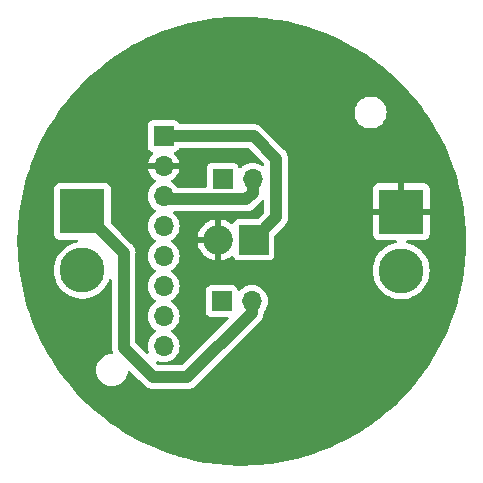
<source format=gbr>
%TF.GenerationSoftware,KiCad,Pcbnew,(7.0.0)*%
%TF.CreationDate,2023-11-14T12:36:05+01:00*%
%TF.ProjectId,Helios_PCB_female,48656c69-6f73-45f5-9043-425f66656d61,rev?*%
%TF.SameCoordinates,Original*%
%TF.FileFunction,Copper,L1,Top*%
%TF.FilePolarity,Positive*%
%FSLAX46Y46*%
G04 Gerber Fmt 4.6, Leading zero omitted, Abs format (unit mm)*
G04 Created by KiCad (PCBNEW (7.0.0)) date 2023-11-14 12:36:05*
%MOMM*%
%LPD*%
G01*
G04 APERTURE LIST*
%TA.AperFunction,ComponentPad*%
%ADD10R,3.800000X3.800000*%
%TD*%
%TA.AperFunction,ComponentPad*%
%ADD11C,3.800000*%
%TD*%
%TA.AperFunction,ComponentPad*%
%ADD12R,1.700000X1.700000*%
%TD*%
%TA.AperFunction,ComponentPad*%
%ADD13O,1.700000X1.700000*%
%TD*%
%TA.AperFunction,ComponentPad*%
%ADD14R,2.500000X2.500000*%
%TD*%
%TA.AperFunction,ComponentPad*%
%ADD15O,2.500000X2.500000*%
%TD*%
%TA.AperFunction,Conductor*%
%ADD16C,1.000000*%
%TD*%
G04 APERTURE END LIST*
D10*
%TO.P,J1,1,Pin_1*%
%TO.N,GND*%
X118499999Y-87499999D03*
D11*
%TO.P,J1,2,Pin_2*%
%TO.N,+5V*%
X118500000Y-92500000D03*
%TD*%
D10*
%TO.P,J3,1,Pin_1*%
%TO.N,SCL*%
X91499999Y-87474999D03*
D11*
%TO.P,J3,2,Pin_2*%
%TO.N,SDA*%
X91500000Y-92475000D03*
%TD*%
D12*
%TO.P,J4,1,Pin_1*%
%TO.N,SDA1*%
X103372999Y-84708999D03*
D13*
%TO.P,J4,2,Pin_2*%
%TO.N,SCL1*%
X105912999Y-84708999D03*
%TD*%
D12*
%TO.P,J7,1,Pin_1*%
%TO.N,SDA*%
X103304999Y-95059999D03*
D13*
%TO.P,J7,2,Pin_2*%
%TO.N,SCL*%
X105844999Y-95059999D03*
%TD*%
D12*
%TO.P,MPU1,1,VCC*%
%TO.N,+5V*%
X98379999Y-81105399D03*
D13*
%TO.P,MPU1,2,GND*%
%TO.N,GND*%
X98379999Y-83645399D03*
%TO.P,MPU1,3,SCL*%
%TO.N,SCL1*%
X98379999Y-86185399D03*
%TO.P,MPU1,4,SDA*%
%TO.N,SDA1*%
X98379999Y-88725399D03*
%TO.P,MPU1,5,XDA*%
%TO.N,unconnected-(MPU1-XDA-Pad5)*%
X98379999Y-91265399D03*
%TO.P,MPU1,6,XCL*%
%TO.N,unconnected-(MPU1-XCL-Pad6)*%
X98379999Y-93805399D03*
%TO.P,MPU1,7,AD0*%
%TO.N,unconnected-(MPU1-AD0-Pad7)*%
X98379999Y-96345399D03*
%TO.P,MPU1,8,INT*%
%TO.N,unconnected-(MPU1-INT-Pad8)*%
X98379999Y-98885399D03*
%TD*%
D14*
%TO.P,J2,1,Pin_1*%
%TO.N,+5V*%
X105999999Y-89872199D03*
D15*
%TO.P,J2,2,Pin_2*%
%TO.N,GND*%
X102999999Y-89872199D03*
%TD*%
D16*
%TO.N,+5V*%
X106005400Y-81105400D02*
X107900000Y-83000000D01*
X107900000Y-87972200D02*
X106000000Y-89872200D01*
X98380000Y-81105400D02*
X106005400Y-81105400D01*
X107900000Y-83000000D02*
X107900000Y-87972200D01*
%TO.N,SCL1*%
X105364081Y-86460000D02*
X98654600Y-86460000D01*
X105913000Y-85911081D02*
X105364081Y-86460000D01*
X105913000Y-84709000D02*
X105913000Y-85911081D01*
X98654600Y-86460000D02*
X98380000Y-86185400D01*
%TO.N,SCL*%
X100400000Y-101500000D02*
X97500000Y-101500000D01*
X95000000Y-99000000D02*
X95000000Y-90975000D01*
X105845000Y-96055000D02*
X100400000Y-101500000D01*
X95000000Y-90975000D02*
X91500000Y-87475000D01*
X105845000Y-95060000D02*
X105845000Y-96055000D01*
X97500000Y-101500000D02*
X95000000Y-99000000D01*
%TD*%
%TA.AperFunction,Conductor*%
%TO.N,GND*%
G36*
X105341262Y-71005495D02*
G01*
X105720209Y-71018535D01*
X105720928Y-71018564D01*
X106204192Y-71040583D01*
X106208458Y-71040851D01*
X106585290Y-71071160D01*
X106586156Y-71071235D01*
X107068956Y-71115321D01*
X107073151Y-71115778D01*
X107447100Y-71163193D01*
X107447805Y-71163286D01*
X107929344Y-71229472D01*
X107933527Y-71230122D01*
X108303578Y-71294400D01*
X108304591Y-71294582D01*
X108783611Y-71382799D01*
X108787850Y-71383658D01*
X109153329Y-71464561D01*
X109153900Y-71464690D01*
X109629961Y-71574978D01*
X109634281Y-71576062D01*
X109994055Y-71673200D01*
X109994962Y-71673449D01*
X110466678Y-71805618D01*
X110470979Y-71806909D01*
X110824490Y-71919982D01*
X110825479Y-71920303D01*
X111292031Y-72074247D01*
X111296237Y-72075721D01*
X111642780Y-72204358D01*
X111643399Y-72204590D01*
X112104218Y-72380279D01*
X112108399Y-72381963D01*
X112447032Y-72525653D01*
X112447638Y-72525913D01*
X112901612Y-72723102D01*
X112905737Y-72724986D01*
X113070104Y-72803810D01*
X113235444Y-72883101D01*
X113236352Y-72883541D01*
X113395035Y-72961233D01*
X113682506Y-73101982D01*
X113686565Y-73104066D01*
X114007006Y-73276232D01*
X114007464Y-73276480D01*
X114445240Y-73516112D01*
X114449301Y-73518437D01*
X114759551Y-73703940D01*
X114759882Y-73704139D01*
X115188284Y-73964656D01*
X115192287Y-73967197D01*
X115478762Y-74156837D01*
X115491363Y-74165178D01*
X115492048Y-74165635D01*
X115745476Y-74336016D01*
X115910110Y-74446700D01*
X115914041Y-74449455D01*
X116201534Y-74659340D01*
X116201965Y-74659657D01*
X116447698Y-74841634D01*
X116609123Y-74961177D01*
X116612957Y-74964134D01*
X116888014Y-75184962D01*
X116888624Y-75185455D01*
X117283982Y-75507103D01*
X117287657Y-75510215D01*
X117549697Y-75741127D01*
X117550175Y-75741551D01*
X117933154Y-76083243D01*
X117936762Y-76086594D01*
X118185064Y-76326499D01*
X118185463Y-76326886D01*
X118555342Y-76688440D01*
X118558822Y-76691981D01*
X118792762Y-76939731D01*
X118793228Y-76940226D01*
X119012477Y-77174985D01*
X119149260Y-77321443D01*
X119152594Y-77325162D01*
X119372007Y-77579985D01*
X119713604Y-77980866D01*
X119716799Y-77984774D01*
X119920777Y-78244896D01*
X119920922Y-78245081D01*
X120247279Y-78665423D01*
X120250317Y-78669506D01*
X120438385Y-78933418D01*
X120438706Y-78933872D01*
X120749117Y-79373623D01*
X120751988Y-79377874D01*
X120923610Y-79643702D01*
X120923834Y-79644051D01*
X121012257Y-79782268D01*
X121218109Y-80104043D01*
X121220804Y-80108456D01*
X121375517Y-80374077D01*
X121375755Y-80374487D01*
X121653232Y-80855092D01*
X121655743Y-80859660D01*
X121793272Y-81122827D01*
X121793472Y-81123211D01*
X122053616Y-81625266D01*
X122055933Y-81629981D01*
X122175745Y-81887345D01*
X122175642Y-81887392D01*
X122175911Y-81887700D01*
X122418391Y-82412895D01*
X122420508Y-82417749D01*
X122522512Y-82666018D01*
X122522644Y-82666342D01*
X122746819Y-83216382D01*
X122748718Y-83221345D01*
X122796170Y-83353813D01*
X122832403Y-83454963D01*
X122832343Y-83454984D01*
X122832507Y-83455254D01*
X123038204Y-84034030D01*
X123039895Y-84039135D01*
X123105103Y-84251356D01*
X123105181Y-84251612D01*
X123291940Y-84864136D01*
X123293407Y-84869352D01*
X123339878Y-85049655D01*
X123339934Y-85049875D01*
X123507504Y-85704998D01*
X123508740Y-85710315D01*
X123536206Y-85841498D01*
X123536244Y-85841681D01*
X123684428Y-86554785D01*
X123685428Y-86560192D01*
X123693878Y-86612375D01*
X123693901Y-86612519D01*
X123822089Y-87410108D01*
X123822858Y-87415701D01*
X123920462Y-88269485D01*
X123920975Y-88275107D01*
X123979617Y-89132426D01*
X123979874Y-89138065D01*
X123999435Y-89997176D01*
X123999435Y-90002822D01*
X123979874Y-90861934D01*
X123979617Y-90867573D01*
X123920975Y-91724892D01*
X123920462Y-91730514D01*
X123822858Y-92584298D01*
X123822089Y-92589891D01*
X123693901Y-93387480D01*
X123693878Y-93387625D01*
X123685428Y-93439807D01*
X123684428Y-93445213D01*
X123536244Y-94158318D01*
X123536206Y-94158501D01*
X123508740Y-94289683D01*
X123507504Y-94295000D01*
X123339934Y-94950124D01*
X123339878Y-94950344D01*
X123293407Y-95130646D01*
X123291940Y-95135862D01*
X123105181Y-95748387D01*
X123105103Y-95748643D01*
X123039895Y-95960863D01*
X123038204Y-95965968D01*
X122832537Y-96544659D01*
X122832434Y-96544950D01*
X122748727Y-96778632D01*
X122746819Y-96783616D01*
X122522644Y-97333657D01*
X122522511Y-97333981D01*
X122420507Y-97582249D01*
X122418391Y-97587103D01*
X122175942Y-98112229D01*
X122175777Y-98112584D01*
X122055933Y-98370017D01*
X122053616Y-98374732D01*
X121793472Y-98876787D01*
X121793272Y-98877171D01*
X121655743Y-99140338D01*
X121653232Y-99144906D01*
X121375755Y-99625511D01*
X121375517Y-99625921D01*
X121220804Y-99891542D01*
X121218109Y-99895955D01*
X120923889Y-100355862D01*
X120923610Y-100356296D01*
X120751988Y-100622124D01*
X120749117Y-100626375D01*
X120438706Y-101066126D01*
X120438385Y-101066580D01*
X120250317Y-101330492D01*
X120247279Y-101334575D01*
X119920999Y-101754818D01*
X119920631Y-101755289D01*
X119716799Y-102015224D01*
X119713604Y-102019132D01*
X119372156Y-102419840D01*
X119371740Y-102420325D01*
X119152602Y-102674827D01*
X119149260Y-102678555D01*
X118793228Y-103059772D01*
X118792762Y-103060267D01*
X118558822Y-103308017D01*
X118555342Y-103311558D01*
X118185463Y-103673112D01*
X118184945Y-103673615D01*
X117936762Y-103913404D01*
X117933154Y-103916755D01*
X117550175Y-104258447D01*
X117549604Y-104258953D01*
X117287682Y-104489762D01*
X117283956Y-104492917D01*
X116888639Y-104814531D01*
X116888014Y-104815036D01*
X116612957Y-105035864D01*
X116609123Y-105038821D01*
X116202102Y-105340240D01*
X116201421Y-105340741D01*
X115914041Y-105550543D01*
X115910110Y-105553298D01*
X115492100Y-105834328D01*
X115491363Y-105834820D01*
X115192287Y-106032801D01*
X115188269Y-106035351D01*
X114760171Y-106295684D01*
X114759376Y-106296163D01*
X114449306Y-106481558D01*
X114445212Y-106483902D01*
X114007678Y-106723402D01*
X114006826Y-106723863D01*
X113686615Y-106895906D01*
X113682454Y-106898042D01*
X113236352Y-107116457D01*
X113235444Y-107116897D01*
X112905782Y-107274991D01*
X112901565Y-107276917D01*
X112447828Y-107474003D01*
X112446862Y-107474418D01*
X112108439Y-107618019D01*
X112104177Y-107619735D01*
X111643581Y-107795339D01*
X111642559Y-107795723D01*
X111296282Y-107924261D01*
X111291985Y-107925767D01*
X110825568Y-108079666D01*
X110824490Y-108080016D01*
X110470979Y-108193089D01*
X110466657Y-108194386D01*
X109995066Y-108326520D01*
X109993933Y-108326831D01*
X109634289Y-108423934D01*
X109629953Y-108425022D01*
X109154186Y-108535243D01*
X109153000Y-108535511D01*
X108787901Y-108616329D01*
X108783559Y-108617209D01*
X108304718Y-108705393D01*
X108303481Y-108705615D01*
X107933602Y-108769864D01*
X107929266Y-108770538D01*
X107448098Y-108836673D01*
X107446811Y-108836843D01*
X107073213Y-108884213D01*
X107068891Y-108884684D01*
X106586411Y-108928741D01*
X106585076Y-108928856D01*
X106208473Y-108959146D01*
X106204176Y-108959416D01*
X105721321Y-108981417D01*
X105719942Y-108981473D01*
X105375751Y-108993317D01*
X105341262Y-108994504D01*
X105336999Y-108994577D01*
X104854540Y-108994577D01*
X104853119Y-108994569D01*
X104837158Y-108994385D01*
X104473320Y-108990214D01*
X104469098Y-108990093D01*
X103988069Y-108968176D01*
X103986608Y-108968101D01*
X103606523Y-108946287D01*
X103602352Y-108945977D01*
X103123610Y-108902262D01*
X103122113Y-108902116D01*
X102742612Y-108862815D01*
X102738500Y-108862320D01*
X102263082Y-108796975D01*
X102261553Y-108796755D01*
X101883403Y-108739969D01*
X101879359Y-108739293D01*
X101408192Y-108652522D01*
X101406633Y-108652225D01*
X101030743Y-108578016D01*
X101026774Y-108577165D01*
X100560675Y-108469185D01*
X100559092Y-108468807D01*
X100186346Y-108377282D01*
X100182460Y-108376261D01*
X99722433Y-108247367D01*
X99720830Y-108246906D01*
X99351996Y-108138190D01*
X99348199Y-108137004D01*
X98895117Y-107987503D01*
X98893497Y-107986956D01*
X98529483Y-107861254D01*
X98525784Y-107859911D01*
X98080487Y-107690139D01*
X98078855Y-107689503D01*
X97720450Y-107547030D01*
X97716854Y-107545535D01*
X97280278Y-107355903D01*
X97278639Y-107355177D01*
X96926625Y-107196188D01*
X96923139Y-107194548D01*
X96496104Y-106985466D01*
X96494463Y-106984647D01*
X96149653Y-106809456D01*
X96146282Y-106807678D01*
X95729656Y-106579623D01*
X95728018Y-106578710D01*
X95391151Y-106387638D01*
X95387900Y-106385728D01*
X94982524Y-106139213D01*
X94980894Y-106138205D01*
X94652731Y-105931632D01*
X94649605Y-105929598D01*
X94256167Y-105665087D01*
X94254552Y-105663982D01*
X93935902Y-105442371D01*
X93932905Y-105440220D01*
X93552299Y-105158364D01*
X93550703Y-105157162D01*
X93242145Y-104920865D01*
X93239300Y-104918619D01*
X92872208Y-104619967D01*
X92870637Y-104618668D01*
X92572999Y-104368273D01*
X92570274Y-104365912D01*
X92217333Y-104051021D01*
X92215792Y-104049622D01*
X91929786Y-103785696D01*
X91927202Y-103783242D01*
X91589146Y-103452796D01*
X91587692Y-103451351D01*
X91313815Y-103174315D01*
X91311389Y-103171791D01*
X90988940Y-102826532D01*
X90987478Y-102824938D01*
X90726427Y-102535458D01*
X90724131Y-102532839D01*
X90417927Y-102173493D01*
X90416570Y-102171871D01*
X90168807Y-101870411D01*
X90166708Y-101867784D01*
X89877356Y-101495105D01*
X89875997Y-101493321D01*
X89642174Y-101180631D01*
X89640176Y-101177880D01*
X89561612Y-101066580D01*
X89368274Y-100792683D01*
X89366991Y-100790830D01*
X89284984Y-100669982D01*
X89147584Y-100467503D01*
X89145749Y-100464718D01*
X89124451Y-100431427D01*
X88891759Y-100067696D01*
X88890550Y-100065767D01*
X88686117Y-99732593D01*
X88684446Y-99729785D01*
X88682241Y-99725965D01*
X88448829Y-99321686D01*
X88447723Y-99319727D01*
X88258679Y-98977347D01*
X88257145Y-98974479D01*
X88040446Y-98556268D01*
X88039400Y-98554200D01*
X87866182Y-98203371D01*
X87864794Y-98200464D01*
X87824056Y-98112229D01*
X87667416Y-97772959D01*
X87666496Y-97770914D01*
X87509420Y-97412228D01*
X87508226Y-97409402D01*
X87330561Y-96973480D01*
X87329685Y-96971269D01*
X87189189Y-96605681D01*
X87188137Y-96602834D01*
X87030518Y-96159336D01*
X87029776Y-96157180D01*
X86906139Y-95785388D01*
X86905219Y-95782498D01*
X86767983Y-95332401D01*
X86767335Y-95330194D01*
X86660842Y-94953012D01*
X86660046Y-94950049D01*
X86647247Y-94900011D01*
X86543484Y-94494348D01*
X86542910Y-94492002D01*
X86453807Y-94110271D01*
X86453187Y-94107462D01*
X86357474Y-93646868D01*
X86357004Y-93644477D01*
X86285479Y-93258970D01*
X86285003Y-93256224D01*
X86210358Y-92791781D01*
X86209996Y-92789361D01*
X86166469Y-92475000D01*
X89094754Y-92475000D01*
X89113720Y-92776457D01*
X89114447Y-92780269D01*
X89114449Y-92780283D01*
X89169588Y-93069330D01*
X89170319Y-93073160D01*
X89171523Y-93076867D01*
X89171524Y-93076869D01*
X89233292Y-93266972D01*
X89263659Y-93360430D01*
X89392267Y-93633736D01*
X89394349Y-93637017D01*
X89394352Y-93637022D01*
X89552024Y-93885474D01*
X89552028Y-93885480D01*
X89554115Y-93888768D01*
X89556594Y-93891765D01*
X89556598Y-93891770D01*
X89626263Y-93975980D01*
X89746651Y-94121504D01*
X89966838Y-94328274D01*
X90211205Y-94505816D01*
X90475896Y-94651332D01*
X90756738Y-94762525D01*
X91049302Y-94837642D01*
X91348973Y-94875500D01*
X91647133Y-94875500D01*
X91651027Y-94875500D01*
X91950698Y-94837642D01*
X92243262Y-94762525D01*
X92524104Y-94651332D01*
X92788795Y-94505816D01*
X93033162Y-94328274D01*
X93253349Y-94121504D01*
X93445885Y-93888768D01*
X93607733Y-93633736D01*
X93736341Y-93360430D01*
X93757569Y-93295096D01*
X93796459Y-93237871D01*
X93859959Y-93210393D01*
X93928297Y-93221216D01*
X93980197Y-93266972D01*
X93999500Y-93333415D01*
X93999500Y-98985722D01*
X93999460Y-98988862D01*
X93997243Y-99076363D01*
X93998351Y-99082548D01*
X93998352Y-99082554D01*
X94007648Y-99134420D01*
X94008957Y-99143748D01*
X94014289Y-99196180D01*
X94014290Y-99196185D01*
X94014926Y-99202438D01*
X94016807Y-99208435D01*
X94016810Y-99208447D01*
X94024032Y-99231466D01*
X94027772Y-99246702D01*
X94032031Y-99270464D01*
X94032035Y-99270478D01*
X94033142Y-99276653D01*
X94035471Y-99282483D01*
X94055020Y-99331425D01*
X94058178Y-99340297D01*
X94073264Y-99388376D01*
X94077275Y-99445826D01*
X94054900Y-99498892D01*
X94010967Y-99536127D01*
X93954952Y-99549500D01*
X93941034Y-99549500D01*
X93938338Y-99549735D01*
X93938335Y-99549736D01*
X93769982Y-99564465D01*
X93769977Y-99564465D01*
X93764592Y-99564937D01*
X93759371Y-99566335D01*
X93759365Y-99566337D01*
X93541569Y-99624694D01*
X93541557Y-99624698D01*
X93536337Y-99626097D01*
X93531432Y-99628383D01*
X93531427Y-99628386D01*
X93327081Y-99723675D01*
X93327077Y-99723677D01*
X93322171Y-99725965D01*
X93317738Y-99729068D01*
X93317731Y-99729073D01*
X93133034Y-99858399D01*
X93133029Y-99858402D01*
X93128599Y-99861505D01*
X93124775Y-99865328D01*
X93124769Y-99865334D01*
X92965336Y-100024767D01*
X92965330Y-100024773D01*
X92961505Y-100028599D01*
X92958406Y-100033023D01*
X92958399Y-100033033D01*
X92829066Y-100217740D01*
X92829061Y-100217747D01*
X92825965Y-100222170D01*
X92823683Y-100227061D01*
X92823678Y-100227072D01*
X92728386Y-100431427D01*
X92728383Y-100431432D01*
X92726097Y-100436337D01*
X92724698Y-100441557D01*
X92724694Y-100441569D01*
X92666337Y-100659365D01*
X92666335Y-100659371D01*
X92664937Y-100664592D01*
X92644341Y-100900000D01*
X92644813Y-100905395D01*
X92657105Y-101045897D01*
X92664937Y-101135408D01*
X92666336Y-101140630D01*
X92666337Y-101140634D01*
X92724694Y-101358430D01*
X92724697Y-101358438D01*
X92726097Y-101363663D01*
X92825965Y-101577829D01*
X92961505Y-101771401D01*
X93128599Y-101938495D01*
X93322171Y-102074035D01*
X93536337Y-102173903D01*
X93764592Y-102235063D01*
X93941034Y-102250500D01*
X94056258Y-102250500D01*
X94058966Y-102250500D01*
X94235408Y-102235063D01*
X94463663Y-102173903D01*
X94677829Y-102074035D01*
X94871401Y-101938495D01*
X95038495Y-101771401D01*
X95174035Y-101577830D01*
X95273903Y-101363663D01*
X95335063Y-101135408D01*
X95342894Y-101045895D01*
X95368046Y-100981218D01*
X95424011Y-100940182D01*
X95493260Y-100935643D01*
X95554102Y-100969022D01*
X96339897Y-101754818D01*
X96782432Y-102197353D01*
X96784624Y-102199601D01*
X96844941Y-102263053D01*
X96850108Y-102266649D01*
X96850110Y-102266651D01*
X96893362Y-102296755D01*
X96900871Y-102302416D01*
X96946593Y-102339698D01*
X96952171Y-102342611D01*
X96952170Y-102342611D01*
X96973556Y-102353782D01*
X96986980Y-102361915D01*
X97011951Y-102379295D01*
X97066163Y-102402559D01*
X97074675Y-102406602D01*
X97111886Y-102426040D01*
X97126951Y-102433909D01*
X97156199Y-102442277D01*
X97170975Y-102447538D01*
X97198942Y-102459540D01*
X97256718Y-102471413D01*
X97265866Y-102473658D01*
X97322582Y-102489887D01*
X97352916Y-102492196D01*
X97368463Y-102494377D01*
X97392095Y-102499234D01*
X97392102Y-102499234D01*
X97398259Y-102500500D01*
X97457241Y-102500500D01*
X97466656Y-102500858D01*
X97525476Y-102505337D01*
X97555651Y-102501493D01*
X97571317Y-102500500D01*
X100385722Y-102500500D01*
X100388862Y-102500539D01*
X100476363Y-102502757D01*
X100534458Y-102492344D01*
X100543739Y-102491042D01*
X100602438Y-102485074D01*
X100631464Y-102475966D01*
X100646713Y-102472224D01*
X100676653Y-102466858D01*
X100731423Y-102444980D01*
X100740303Y-102441818D01*
X100796588Y-102424159D01*
X100823194Y-102409390D01*
X100837362Y-102402662D01*
X100865617Y-102391377D01*
X100914891Y-102358902D01*
X100922910Y-102354043D01*
X100974502Y-102325409D01*
X100985961Y-102315570D01*
X100997583Y-102305594D01*
X101010125Y-102296137D01*
X101035519Y-102279402D01*
X101077238Y-102237681D01*
X101084122Y-102231301D01*
X101128895Y-102192866D01*
X101147524Y-102168798D01*
X101157884Y-102157035D01*
X106542389Y-96772529D01*
X106544559Y-96770413D01*
X106608053Y-96710059D01*
X106641752Y-96661641D01*
X106647428Y-96654113D01*
X106684698Y-96608407D01*
X106698782Y-96581444D01*
X106706919Y-96568013D01*
X106720704Y-96548208D01*
X106720703Y-96548208D01*
X106724295Y-96543049D01*
X106747568Y-96488815D01*
X106751598Y-96480331D01*
X106761376Y-96461614D01*
X106778909Y-96428049D01*
X106787278Y-96398797D01*
X106792538Y-96384023D01*
X106804540Y-96356058D01*
X106816416Y-96298262D01*
X106818649Y-96289162D01*
X106834887Y-96232418D01*
X106837197Y-96202077D01*
X106839378Y-96186528D01*
X106845500Y-96156741D01*
X106845500Y-96097759D01*
X106845858Y-96088344D01*
X106846051Y-96085802D01*
X106850337Y-96029524D01*
X106849542Y-96023282D01*
X106849448Y-96019565D01*
X106856359Y-95975489D01*
X106878422Y-95936712D01*
X106879663Y-95935232D01*
X106883495Y-95931401D01*
X107019035Y-95737830D01*
X107118903Y-95523663D01*
X107180063Y-95295408D01*
X107200659Y-95060000D01*
X107180063Y-94824592D01*
X107118903Y-94596337D01*
X107019035Y-94382171D01*
X106883495Y-94188599D01*
X106716401Y-94021505D01*
X106711970Y-94018402D01*
X106711966Y-94018399D01*
X106527259Y-93889066D01*
X106527257Y-93889064D01*
X106522830Y-93885965D01*
X106517933Y-93883681D01*
X106517927Y-93883678D01*
X106313572Y-93788386D01*
X106313570Y-93788385D01*
X106308663Y-93786097D01*
X106303438Y-93784697D01*
X106303430Y-93784694D01*
X106085634Y-93726337D01*
X106085630Y-93726336D01*
X106080408Y-93724937D01*
X106075020Y-93724465D01*
X106075017Y-93724465D01*
X105850395Y-93704813D01*
X105845000Y-93704341D01*
X105839605Y-93704813D01*
X105614982Y-93724465D01*
X105614977Y-93724465D01*
X105609592Y-93724937D01*
X105604371Y-93726335D01*
X105604365Y-93726337D01*
X105386569Y-93784694D01*
X105386557Y-93784698D01*
X105381337Y-93786097D01*
X105376432Y-93788383D01*
X105376427Y-93788386D01*
X105172081Y-93883675D01*
X105172077Y-93883677D01*
X105167171Y-93885965D01*
X105162738Y-93889068D01*
X105162731Y-93889073D01*
X104978034Y-94018399D01*
X104978029Y-94018402D01*
X104973599Y-94021505D01*
X104969775Y-94025328D01*
X104969775Y-94025329D01*
X104851673Y-94143431D01*
X104798926Y-94174726D01*
X104737633Y-94176915D01*
X104682789Y-94149462D01*
X104647810Y-94099082D01*
X104620304Y-94025336D01*
X104598796Y-93967669D01*
X104512546Y-93852454D01*
X104422030Y-93784694D01*
X104404431Y-93771519D01*
X104404430Y-93771518D01*
X104397331Y-93766204D01*
X104290442Y-93726337D01*
X104269752Y-93718620D01*
X104269750Y-93718619D01*
X104262483Y-93715909D01*
X104254770Y-93715079D01*
X104254767Y-93715079D01*
X104206180Y-93709855D01*
X104206169Y-93709854D01*
X104202873Y-93709500D01*
X104199550Y-93709500D01*
X102410439Y-93709500D01*
X102410420Y-93709500D01*
X102407128Y-93709501D01*
X102403850Y-93709853D01*
X102403838Y-93709854D01*
X102355231Y-93715079D01*
X102355225Y-93715080D01*
X102347517Y-93715909D01*
X102340252Y-93718618D01*
X102340246Y-93718620D01*
X102220980Y-93763104D01*
X102220978Y-93763104D01*
X102212669Y-93766204D01*
X102205572Y-93771516D01*
X102205568Y-93771519D01*
X102104550Y-93847141D01*
X102104546Y-93847144D01*
X102097454Y-93852454D01*
X102092144Y-93859546D01*
X102092141Y-93859550D01*
X102016519Y-93960568D01*
X102016516Y-93960572D01*
X102011204Y-93967669D01*
X102008104Y-93975978D01*
X102008104Y-93975980D01*
X101963620Y-94095247D01*
X101963619Y-94095250D01*
X101960909Y-94102517D01*
X101960079Y-94110227D01*
X101960079Y-94110232D01*
X101954855Y-94158819D01*
X101954854Y-94158831D01*
X101954500Y-94162127D01*
X101954500Y-94165448D01*
X101954500Y-94165449D01*
X101954500Y-95954560D01*
X101954500Y-95954578D01*
X101954501Y-95957872D01*
X101954853Y-95961150D01*
X101954854Y-95961161D01*
X101960079Y-96009768D01*
X101960080Y-96009773D01*
X101960909Y-96017483D01*
X101963619Y-96024749D01*
X101963620Y-96024753D01*
X101987338Y-96088344D01*
X102011204Y-96152331D01*
X102097454Y-96267546D01*
X102212669Y-96353796D01*
X102347517Y-96404091D01*
X102407127Y-96410500D01*
X103775217Y-96410499D01*
X103831512Y-96424014D01*
X103875535Y-96461614D01*
X103897690Y-96515101D01*
X103893148Y-96572817D01*
X103862898Y-96622180D01*
X100021899Y-100463181D01*
X99981671Y-100490061D01*
X99934218Y-100499500D01*
X97965783Y-100499500D01*
X97918330Y-100490061D01*
X97878102Y-100463181D01*
X97772570Y-100357649D01*
X97739428Y-100297859D01*
X97743009Y-100229592D01*
X97782222Y-100173596D01*
X97845151Y-100146891D01*
X97905852Y-100156511D01*
X97906343Y-100155163D01*
X97911427Y-100157013D01*
X97916337Y-100159303D01*
X98144592Y-100220463D01*
X98380000Y-100241059D01*
X98615408Y-100220463D01*
X98843663Y-100159303D01*
X99057830Y-100059435D01*
X99251401Y-99923895D01*
X99418495Y-99756801D01*
X99554035Y-99563230D01*
X99653903Y-99349063D01*
X99715063Y-99120808D01*
X99735659Y-98885400D01*
X99715063Y-98649992D01*
X99653903Y-98421737D01*
X99554035Y-98207571D01*
X99418495Y-98013999D01*
X99251401Y-97846905D01*
X99246968Y-97843801D01*
X99246961Y-97843795D01*
X99065842Y-97716975D01*
X99026976Y-97672657D01*
X99012965Y-97615400D01*
X99026976Y-97558143D01*
X99065842Y-97513825D01*
X99246961Y-97387004D01*
X99246961Y-97387003D01*
X99251401Y-97383895D01*
X99418495Y-97216801D01*
X99554035Y-97023230D01*
X99653903Y-96809063D01*
X99715063Y-96580808D01*
X99735659Y-96345400D01*
X99715063Y-96109992D01*
X99653903Y-95881737D01*
X99554035Y-95667571D01*
X99418495Y-95473999D01*
X99251401Y-95306905D01*
X99246970Y-95303802D01*
X99246966Y-95303799D01*
X99065841Y-95176974D01*
X99026976Y-95132656D01*
X99012965Y-95075399D01*
X99026976Y-95018142D01*
X99065839Y-94973826D01*
X99251401Y-94843895D01*
X99418495Y-94676801D01*
X99554035Y-94483230D01*
X99653903Y-94269063D01*
X99715063Y-94040808D01*
X99735659Y-93805400D01*
X99715063Y-93569992D01*
X99653903Y-93341737D01*
X99554035Y-93127571D01*
X99418495Y-92933999D01*
X99251401Y-92766905D01*
X99246968Y-92763801D01*
X99246961Y-92763795D01*
X99065842Y-92636975D01*
X99026976Y-92592657D01*
X99012965Y-92535400D01*
X99021628Y-92500000D01*
X116094754Y-92500000D01*
X116113720Y-92801457D01*
X116114447Y-92805269D01*
X116114449Y-92805283D01*
X116169588Y-93094330D01*
X116170319Y-93098160D01*
X116171523Y-93101867D01*
X116171524Y-93101869D01*
X116225169Y-93266972D01*
X116263659Y-93385430D01*
X116392267Y-93658736D01*
X116394349Y-93662017D01*
X116394352Y-93662022D01*
X116552024Y-93910474D01*
X116552028Y-93910480D01*
X116554115Y-93913768D01*
X116746651Y-94146504D01*
X116966838Y-94353274D01*
X117211205Y-94530816D01*
X117214612Y-94532689D01*
X117427003Y-94649453D01*
X117475896Y-94676332D01*
X117756738Y-94787525D01*
X118049302Y-94862642D01*
X118348973Y-94900500D01*
X118647133Y-94900500D01*
X118651027Y-94900500D01*
X118950698Y-94862642D01*
X119243262Y-94787525D01*
X119524104Y-94676332D01*
X119788795Y-94530816D01*
X120033162Y-94353274D01*
X120253349Y-94146504D01*
X120445885Y-93913768D01*
X120607733Y-93658736D01*
X120736341Y-93385430D01*
X120829681Y-93098160D01*
X120886280Y-92801457D01*
X120905246Y-92500000D01*
X120886280Y-92198543D01*
X120829681Y-91901840D01*
X120736341Y-91614570D01*
X120607733Y-91341264D01*
X120499092Y-91170073D01*
X120447975Y-91089525D01*
X120447973Y-91089522D01*
X120445885Y-91086232D01*
X120431625Y-91068995D01*
X120285575Y-90892451D01*
X120253349Y-90853496D01*
X120033162Y-90646726D01*
X120028811Y-90643565D01*
X119791944Y-90471472D01*
X119791945Y-90471472D01*
X119788795Y-90469184D01*
X119785391Y-90467313D01*
X119785387Y-90467310D01*
X119527521Y-90325546D01*
X119527514Y-90325542D01*
X119524104Y-90323668D01*
X119520478Y-90322232D01*
X119520473Y-90322230D01*
X119246890Y-90213911D01*
X119246884Y-90213909D01*
X119243262Y-90212475D01*
X119239484Y-90211505D01*
X119239481Y-90211504D01*
X118976972Y-90144104D01*
X118924837Y-90116150D01*
X118891586Y-90067223D01*
X118884787Y-90008459D01*
X118905986Y-89953232D01*
X118950360Y-89914111D01*
X119007809Y-89900000D01*
X120444518Y-89900000D01*
X120451114Y-89899646D01*
X120499667Y-89894426D01*
X120514641Y-89890888D01*
X120633777Y-89846452D01*
X120649189Y-89838037D01*
X120750092Y-89762501D01*
X120762501Y-89750092D01*
X120838037Y-89649189D01*
X120846452Y-89633777D01*
X120890888Y-89514641D01*
X120894426Y-89499667D01*
X120899646Y-89451114D01*
X120900000Y-89444518D01*
X120900000Y-87766326D01*
X120896549Y-87753450D01*
X120883674Y-87750000D01*
X116116326Y-87750000D01*
X116103450Y-87753450D01*
X116100000Y-87766326D01*
X116100000Y-89444518D01*
X116100353Y-89451114D01*
X116105573Y-89499667D01*
X116109111Y-89514641D01*
X116153547Y-89633777D01*
X116161962Y-89649189D01*
X116237498Y-89750092D01*
X116249907Y-89762501D01*
X116350810Y-89838037D01*
X116366222Y-89846452D01*
X116485358Y-89890888D01*
X116500332Y-89894426D01*
X116548885Y-89899646D01*
X116555482Y-89900000D01*
X117992191Y-89900000D01*
X118049640Y-89914111D01*
X118094014Y-89953232D01*
X118115213Y-90008459D01*
X118108414Y-90067223D01*
X118075163Y-90116150D01*
X118023028Y-90144104D01*
X117760518Y-90211504D01*
X117760511Y-90211506D01*
X117756738Y-90212475D01*
X117753120Y-90213907D01*
X117753109Y-90213911D01*
X117479526Y-90322230D01*
X117479515Y-90322234D01*
X117475896Y-90323668D01*
X117472491Y-90325539D01*
X117472478Y-90325546D01*
X117214612Y-90467310D01*
X117214600Y-90467317D01*
X117211205Y-90469184D01*
X117208061Y-90471467D01*
X117208055Y-90471472D01*
X116969994Y-90644432D01*
X116969983Y-90644440D01*
X116966838Y-90646726D01*
X116964003Y-90649387D01*
X116963996Y-90649394D01*
X116749488Y-90850831D01*
X116749481Y-90850838D01*
X116746651Y-90853496D01*
X116744176Y-90856487D01*
X116744172Y-90856492D01*
X116556598Y-91083229D01*
X116556588Y-91083241D01*
X116554115Y-91086232D01*
X116552033Y-91089511D01*
X116552024Y-91089525D01*
X116394352Y-91337977D01*
X116394345Y-91337988D01*
X116392267Y-91341264D01*
X116390614Y-91344774D01*
X116390611Y-91344782D01*
X116273680Y-91593274D01*
X116263659Y-91614570D01*
X116262457Y-91618267D01*
X116262455Y-91618274D01*
X116171524Y-91898130D01*
X116170319Y-91901840D01*
X116169590Y-91905660D01*
X116169588Y-91905669D01*
X116114449Y-92194716D01*
X116114446Y-92194732D01*
X116113720Y-92198543D01*
X116094754Y-92500000D01*
X99021628Y-92500000D01*
X99026976Y-92478143D01*
X99065842Y-92433825D01*
X99246961Y-92307004D01*
X99246961Y-92307003D01*
X99251401Y-92303895D01*
X99418495Y-92136801D01*
X99554035Y-91943230D01*
X99653903Y-91729063D01*
X99715063Y-91500808D01*
X99735659Y-91265400D01*
X99715063Y-91029992D01*
X99653903Y-90801737D01*
X99554035Y-90587571D01*
X99418495Y-90393999D01*
X99251401Y-90226905D01*
X99246968Y-90223801D01*
X99246961Y-90223795D01*
X99123128Y-90137087D01*
X101265546Y-90137087D01*
X101265725Y-90138276D01*
X101322026Y-90384943D01*
X101324755Y-90393791D01*
X101417185Y-90629301D01*
X101421204Y-90637647D01*
X101547707Y-90856755D01*
X101552920Y-90864400D01*
X101710669Y-91062212D01*
X101716963Y-91068995D01*
X101902429Y-91241083D01*
X101909669Y-91246858D01*
X102118709Y-91389377D01*
X102126731Y-91394008D01*
X102354681Y-91503784D01*
X102363291Y-91507164D01*
X102605065Y-91581741D01*
X102614081Y-91583799D01*
X102736762Y-91602289D01*
X102747668Y-91601575D01*
X102750000Y-91590901D01*
X102750000Y-90138526D01*
X102746549Y-90125650D01*
X102733674Y-90122200D01*
X101280938Y-90122200D01*
X101267809Y-90125893D01*
X101265546Y-90137087D01*
X99123128Y-90137087D01*
X99065842Y-90096975D01*
X99026976Y-90052657D01*
X99012965Y-89995400D01*
X99026976Y-89938143D01*
X99065842Y-89893825D01*
X99246961Y-89767004D01*
X99246961Y-89767003D01*
X99251401Y-89763895D01*
X99407984Y-89607312D01*
X101265546Y-89607312D01*
X101267809Y-89618506D01*
X101280938Y-89622200D01*
X102733674Y-89622200D01*
X102746549Y-89618749D01*
X102750000Y-89605874D01*
X102750000Y-88153499D01*
X102747668Y-88142824D01*
X102736762Y-88142110D01*
X102614081Y-88160600D01*
X102605065Y-88162658D01*
X102363291Y-88237235D01*
X102354681Y-88240615D01*
X102126731Y-88350391D01*
X102118709Y-88355022D01*
X101909669Y-88497541D01*
X101902429Y-88503316D01*
X101716963Y-88675404D01*
X101710669Y-88682187D01*
X101552920Y-88879999D01*
X101547707Y-88887644D01*
X101421204Y-89106752D01*
X101417185Y-89115098D01*
X101324755Y-89350608D01*
X101322026Y-89359456D01*
X101265725Y-89606123D01*
X101265546Y-89607312D01*
X99407984Y-89607312D01*
X99418495Y-89596801D01*
X99554035Y-89403230D01*
X99653903Y-89189063D01*
X99715063Y-88960808D01*
X99735659Y-88725400D01*
X99715063Y-88489992D01*
X99658539Y-88279038D01*
X99655305Y-88266969D01*
X99655304Y-88266967D01*
X99653903Y-88261737D01*
X99554035Y-88047571D01*
X99418495Y-87853999D01*
X99251401Y-87686905D01*
X99246966Y-87683799D01*
X99242816Y-87680317D01*
X99244044Y-87678853D01*
X99209883Y-87638845D01*
X99197510Y-87578000D01*
X99216186Y-87518784D01*
X99261227Y-87476045D01*
X99321340Y-87460500D01*
X105349803Y-87460500D01*
X105352943Y-87460539D01*
X105440444Y-87462757D01*
X105498539Y-87452344D01*
X105507820Y-87451042D01*
X105566519Y-87445074D01*
X105595545Y-87435966D01*
X105610794Y-87432224D01*
X105640734Y-87426858D01*
X105695504Y-87404980D01*
X105704384Y-87401818D01*
X105760669Y-87384159D01*
X105787275Y-87369390D01*
X105801443Y-87362662D01*
X105829698Y-87351377D01*
X105878972Y-87318902D01*
X105886991Y-87314043D01*
X105938583Y-87285409D01*
X105950042Y-87275570D01*
X105961664Y-87265594D01*
X105974206Y-87256137D01*
X105999600Y-87239402D01*
X106041319Y-87197681D01*
X106048203Y-87191301D01*
X106092976Y-87152866D01*
X106111601Y-87128802D01*
X106121960Y-87117040D01*
X106610409Y-86628591D01*
X106612579Y-86626475D01*
X106676053Y-86566140D01*
X106679642Y-86560982D01*
X106681416Y-86558917D01*
X106730088Y-86524304D01*
X106789296Y-86516459D01*
X106845303Y-86537202D01*
X106885117Y-86581722D01*
X106899500Y-86639689D01*
X106899500Y-87506418D01*
X106890061Y-87553871D01*
X106863181Y-87594099D01*
X106371898Y-88085381D01*
X106331670Y-88112261D01*
X106284217Y-88121700D01*
X104705439Y-88121700D01*
X104705420Y-88121700D01*
X104702128Y-88121701D01*
X104698850Y-88122053D01*
X104698838Y-88122054D01*
X104650231Y-88127279D01*
X104650225Y-88127280D01*
X104642517Y-88128109D01*
X104635252Y-88130818D01*
X104635246Y-88130820D01*
X104515980Y-88175304D01*
X104515978Y-88175304D01*
X104507669Y-88178404D01*
X104500572Y-88183716D01*
X104500568Y-88183719D01*
X104399550Y-88259341D01*
X104399546Y-88259344D01*
X104392454Y-88264654D01*
X104387144Y-88271746D01*
X104387141Y-88271750D01*
X104311519Y-88372768D01*
X104311516Y-88372772D01*
X104306204Y-88379869D01*
X104303106Y-88388174D01*
X104303101Y-88388184D01*
X104282657Y-88442998D01*
X104250271Y-88491066D01*
X104199577Y-88519164D01*
X104141651Y-88521154D01*
X104094793Y-88499238D01*
X104094167Y-88500158D01*
X103881289Y-88355021D01*
X103873268Y-88350390D01*
X103645318Y-88240615D01*
X103636708Y-88237235D01*
X103394934Y-88162658D01*
X103385918Y-88160600D01*
X103263237Y-88142110D01*
X103252331Y-88142824D01*
X103250000Y-88153499D01*
X103250000Y-91590901D01*
X103252331Y-91601575D01*
X103263237Y-91602289D01*
X103385918Y-91583799D01*
X103394934Y-91581741D01*
X103636708Y-91507164D01*
X103645318Y-91503784D01*
X103873268Y-91394009D01*
X103881289Y-91389378D01*
X104094167Y-91244242D01*
X104094796Y-91245165D01*
X104141628Y-91223250D01*
X104199562Y-91225231D01*
X104250266Y-91253328D01*
X104282658Y-91301401D01*
X104306204Y-91364531D01*
X104392454Y-91479746D01*
X104507669Y-91565996D01*
X104642517Y-91616291D01*
X104702127Y-91622700D01*
X107297872Y-91622699D01*
X107357483Y-91616291D01*
X107492331Y-91565996D01*
X107607546Y-91479746D01*
X107693796Y-91364531D01*
X107744091Y-91229683D01*
X107750500Y-91170073D01*
X107750499Y-89587981D01*
X107759938Y-89540529D01*
X107786815Y-89500304D01*
X108597409Y-88689710D01*
X108599579Y-88687594D01*
X108663053Y-88627259D01*
X108696748Y-88578848D01*
X108702422Y-88571323D01*
X108735721Y-88530485D01*
X108735723Y-88530481D01*
X108739698Y-88525607D01*
X108745386Y-88514717D01*
X108753782Y-88498644D01*
X108761919Y-88485213D01*
X108775704Y-88465408D01*
X108775703Y-88465408D01*
X108779295Y-88460249D01*
X108802568Y-88406015D01*
X108806598Y-88397531D01*
X108815825Y-88379869D01*
X108833909Y-88345249D01*
X108842278Y-88315997D01*
X108847538Y-88301223D01*
X108859540Y-88273258D01*
X108871416Y-88215462D01*
X108873649Y-88206362D01*
X108889887Y-88149618D01*
X108892197Y-88119277D01*
X108894378Y-88103728D01*
X108900500Y-88073941D01*
X108900500Y-88014958D01*
X108900858Y-88005543D01*
X108901051Y-88003001D01*
X108905337Y-87946723D01*
X108901493Y-87916547D01*
X108900500Y-87900882D01*
X108900500Y-87233674D01*
X116100000Y-87233674D01*
X116103450Y-87246549D01*
X116116326Y-87250000D01*
X118233674Y-87250000D01*
X118246549Y-87246549D01*
X118250000Y-87233674D01*
X118750000Y-87233674D01*
X118753450Y-87246549D01*
X118766326Y-87250000D01*
X120883674Y-87250000D01*
X120896549Y-87246549D01*
X120900000Y-87233674D01*
X120900000Y-85555482D01*
X120899646Y-85548885D01*
X120894426Y-85500332D01*
X120890888Y-85485358D01*
X120846452Y-85366222D01*
X120838037Y-85350810D01*
X120762501Y-85249907D01*
X120750092Y-85237498D01*
X120649189Y-85161962D01*
X120633777Y-85153547D01*
X120514641Y-85109111D01*
X120499667Y-85105573D01*
X120451114Y-85100353D01*
X120444518Y-85100000D01*
X118766326Y-85100000D01*
X118753450Y-85103450D01*
X118750000Y-85116326D01*
X118750000Y-87233674D01*
X118250000Y-87233674D01*
X118250000Y-85116326D01*
X118246549Y-85103450D01*
X118233674Y-85100000D01*
X116555482Y-85100000D01*
X116548885Y-85100353D01*
X116500332Y-85105573D01*
X116485358Y-85109111D01*
X116366222Y-85153547D01*
X116350810Y-85161962D01*
X116249907Y-85237498D01*
X116237498Y-85249907D01*
X116161962Y-85350810D01*
X116153547Y-85366222D01*
X116109111Y-85485358D01*
X116105573Y-85500332D01*
X116100353Y-85548885D01*
X116100000Y-85555482D01*
X116100000Y-87233674D01*
X108900500Y-87233674D01*
X108900500Y-83014262D01*
X108900540Y-83011121D01*
X108901513Y-82972732D01*
X108902757Y-82923637D01*
X108892349Y-82865573D01*
X108891041Y-82856242D01*
X108885074Y-82797562D01*
X108875964Y-82768528D01*
X108872227Y-82753305D01*
X108866858Y-82723347D01*
X108864524Y-82717503D01*
X108844976Y-82668565D01*
X108841816Y-82659689D01*
X108839487Y-82652265D01*
X108824159Y-82603412D01*
X108817070Y-82590641D01*
X108809396Y-82576814D01*
X108802660Y-82562631D01*
X108793708Y-82540220D01*
X108791377Y-82534383D01*
X108758917Y-82485131D01*
X108754036Y-82477073D01*
X108728463Y-82431000D01*
X108728462Y-82430999D01*
X108725409Y-82425498D01*
X108705591Y-82402413D01*
X108696140Y-82389879D01*
X108679402Y-82364481D01*
X108637691Y-82322770D01*
X108631287Y-82315860D01*
X108596960Y-82275874D01*
X108592866Y-82271105D01*
X108587896Y-82267258D01*
X108587891Y-82267253D01*
X108568805Y-82252479D01*
X108557026Y-82242105D01*
X106722966Y-80408046D01*
X106720773Y-80405797D01*
X106664790Y-80346903D01*
X106664789Y-80346902D01*
X106660459Y-80342347D01*
X106655297Y-80338754D01*
X106612042Y-80308647D01*
X106604519Y-80302975D01*
X106563680Y-80269675D01*
X106563677Y-80269673D01*
X106558807Y-80265702D01*
X106531837Y-80251613D01*
X106518424Y-80243487D01*
X106493449Y-80226105D01*
X106439217Y-80202832D01*
X106430751Y-80198811D01*
X106378449Y-80171491D01*
X106349202Y-80163122D01*
X106334421Y-80157859D01*
X106312241Y-80148341D01*
X106312235Y-80148339D01*
X106306458Y-80145860D01*
X106300305Y-80144595D01*
X106300291Y-80144591D01*
X106248673Y-80133983D01*
X106239526Y-80131738D01*
X106188865Y-80117242D01*
X106188853Y-80117239D01*
X106182818Y-80115513D01*
X106176554Y-80115035D01*
X106176549Y-80115035D01*
X106152475Y-80113202D01*
X106136933Y-80111022D01*
X106113302Y-80106166D01*
X106113301Y-80106165D01*
X106107141Y-80104900D01*
X106100852Y-80104900D01*
X106048159Y-80104900D01*
X106038744Y-80104542D01*
X105986194Y-80100540D01*
X105986189Y-80100540D01*
X105979924Y-80100063D01*
X105973690Y-80100856D01*
X105973684Y-80100857D01*
X105949749Y-80103906D01*
X105934083Y-80104900D01*
X99794142Y-80104900D01*
X99745330Y-80094888D01*
X99704399Y-80066470D01*
X99677960Y-80024234D01*
X99673796Y-80013069D01*
X99587546Y-79897854D01*
X99472331Y-79811604D01*
X99381778Y-79777830D01*
X99344752Y-79764020D01*
X99344750Y-79764019D01*
X99337483Y-79761309D01*
X99329770Y-79760479D01*
X99329767Y-79760479D01*
X99281180Y-79755255D01*
X99281169Y-79755254D01*
X99277873Y-79754900D01*
X99274550Y-79754900D01*
X97485439Y-79754900D01*
X97485420Y-79754900D01*
X97482128Y-79754901D01*
X97478850Y-79755253D01*
X97478838Y-79755254D01*
X97430231Y-79760479D01*
X97430225Y-79760480D01*
X97422517Y-79761309D01*
X97415252Y-79764018D01*
X97415246Y-79764020D01*
X97295980Y-79808504D01*
X97295978Y-79808504D01*
X97287669Y-79811604D01*
X97280572Y-79816916D01*
X97280568Y-79816919D01*
X97179550Y-79892541D01*
X97179546Y-79892544D01*
X97172454Y-79897854D01*
X97167144Y-79904946D01*
X97167141Y-79904950D01*
X97091519Y-80005968D01*
X97091516Y-80005972D01*
X97086204Y-80013069D01*
X97083104Y-80021378D01*
X97083104Y-80021380D01*
X97038620Y-80140647D01*
X97038619Y-80140650D01*
X97035909Y-80147917D01*
X97035079Y-80155627D01*
X97035079Y-80155632D01*
X97029855Y-80204219D01*
X97029854Y-80204231D01*
X97029500Y-80207527D01*
X97029500Y-80210848D01*
X97029500Y-80210849D01*
X97029500Y-81999960D01*
X97029500Y-81999978D01*
X97029501Y-82003272D01*
X97029853Y-82006550D01*
X97029854Y-82006561D01*
X97035079Y-82055168D01*
X97035080Y-82055173D01*
X97035909Y-82062883D01*
X97038619Y-82070149D01*
X97038620Y-82070153D01*
X97065499Y-82142219D01*
X97086204Y-82197731D01*
X97172454Y-82312946D01*
X97287669Y-82399196D01*
X97419598Y-82448402D01*
X97469977Y-82483381D01*
X97497431Y-82538225D01*
X97495242Y-82599518D01*
X97463947Y-82652265D01*
X97345714Y-82770498D01*
X97338784Y-82778757D01*
X97209508Y-82963382D01*
X97204110Y-82972732D01*
X97108856Y-83177002D01*
X97105168Y-83187136D01*
X97053056Y-83381619D01*
X97052688Y-83392848D01*
X97063631Y-83395400D01*
X99696369Y-83395400D01*
X99707311Y-83392848D01*
X99706943Y-83381619D01*
X99654831Y-83187136D01*
X99651143Y-83177002D01*
X99555889Y-82972732D01*
X99550491Y-82963382D01*
X99421215Y-82778757D01*
X99414280Y-82770492D01*
X99296053Y-82652265D01*
X99264757Y-82599519D01*
X99262568Y-82538225D01*
X99290022Y-82483381D01*
X99340398Y-82448403D01*
X99472331Y-82399196D01*
X99587546Y-82312946D01*
X99673796Y-82197731D01*
X99677960Y-82186564D01*
X99704399Y-82144330D01*
X99745330Y-82115912D01*
X99794142Y-82105900D01*
X105539617Y-82105900D01*
X105587070Y-82115339D01*
X105627298Y-82142219D01*
X106863181Y-83378101D01*
X106890061Y-83418329D01*
X106899500Y-83465782D01*
X106899500Y-83512896D01*
X106881509Y-83577224D01*
X106832757Y-83622885D01*
X106767390Y-83636630D01*
X106704376Y-83614471D01*
X106595259Y-83538066D01*
X106595257Y-83538064D01*
X106590830Y-83534965D01*
X106585933Y-83532681D01*
X106585927Y-83532678D01*
X106381572Y-83437386D01*
X106381570Y-83437385D01*
X106376663Y-83435097D01*
X106371438Y-83433697D01*
X106371430Y-83433694D01*
X106153634Y-83375337D01*
X106153630Y-83375336D01*
X106148408Y-83373937D01*
X106143020Y-83373465D01*
X106143017Y-83373465D01*
X105918395Y-83353813D01*
X105913000Y-83353341D01*
X105907605Y-83353813D01*
X105682982Y-83373465D01*
X105682977Y-83373465D01*
X105677592Y-83373937D01*
X105672371Y-83375335D01*
X105672365Y-83375337D01*
X105454569Y-83433694D01*
X105454557Y-83433698D01*
X105449337Y-83435097D01*
X105444432Y-83437383D01*
X105444427Y-83437386D01*
X105240081Y-83532675D01*
X105240077Y-83532677D01*
X105235171Y-83534965D01*
X105230738Y-83538068D01*
X105230731Y-83538073D01*
X105046034Y-83667399D01*
X105046029Y-83667402D01*
X105041599Y-83670505D01*
X105037775Y-83674328D01*
X105037775Y-83674329D01*
X104919673Y-83792431D01*
X104866926Y-83823726D01*
X104805633Y-83825915D01*
X104750789Y-83798462D01*
X104715810Y-83748082D01*
X104707725Y-83726405D01*
X104666796Y-83616669D01*
X104580546Y-83501454D01*
X104532894Y-83465782D01*
X104472431Y-83420519D01*
X104472430Y-83420518D01*
X104465331Y-83415204D01*
X104358442Y-83375337D01*
X104337752Y-83367620D01*
X104337750Y-83367619D01*
X104330483Y-83364909D01*
X104322770Y-83364079D01*
X104322767Y-83364079D01*
X104274180Y-83358855D01*
X104274169Y-83358854D01*
X104270873Y-83358500D01*
X104267550Y-83358500D01*
X102478439Y-83358500D01*
X102478420Y-83358500D01*
X102475128Y-83358501D01*
X102471850Y-83358853D01*
X102471838Y-83358854D01*
X102423231Y-83364079D01*
X102423225Y-83364080D01*
X102415517Y-83364909D01*
X102408252Y-83367618D01*
X102408246Y-83367620D01*
X102288980Y-83412104D01*
X102288978Y-83412104D01*
X102280669Y-83415204D01*
X102273572Y-83420516D01*
X102273568Y-83420519D01*
X102172550Y-83496141D01*
X102172546Y-83496144D01*
X102165454Y-83501454D01*
X102160144Y-83508546D01*
X102160141Y-83508550D01*
X102084519Y-83609568D01*
X102084516Y-83609572D01*
X102079204Y-83616669D01*
X102076104Y-83624978D01*
X102076104Y-83624980D01*
X102031620Y-83744247D01*
X102031619Y-83744250D01*
X102028909Y-83751517D01*
X102028079Y-83759227D01*
X102028079Y-83759232D01*
X102022855Y-83807819D01*
X102022854Y-83807831D01*
X102022500Y-83811127D01*
X102022500Y-83814448D01*
X102022500Y-83814449D01*
X102022501Y-85335500D01*
X102005888Y-85397500D01*
X101960501Y-85442887D01*
X101898501Y-85459500D01*
X99584925Y-85459500D01*
X99527668Y-85445489D01*
X99483350Y-85406623D01*
X99476962Y-85397500D01*
X99418495Y-85313999D01*
X99251401Y-85146905D01*
X99246970Y-85143802D01*
X99246966Y-85143799D01*
X99065405Y-85016669D01*
X99026540Y-84972351D01*
X99012529Y-84915094D01*
X99026540Y-84857837D01*
X99065406Y-84813519D01*
X99246638Y-84686619D01*
X99254909Y-84679678D01*
X99414278Y-84520309D01*
X99421215Y-84512043D01*
X99550498Y-84327408D01*
X99555886Y-84318076D01*
X99651143Y-84113797D01*
X99654831Y-84103663D01*
X99706943Y-83909180D01*
X99707311Y-83897951D01*
X99696369Y-83895400D01*
X97063631Y-83895400D01*
X97052688Y-83897951D01*
X97053056Y-83909180D01*
X97105168Y-84103663D01*
X97108856Y-84113797D01*
X97204113Y-84318076D01*
X97209501Y-84327408D01*
X97338784Y-84512043D01*
X97345721Y-84520309D01*
X97505090Y-84679678D01*
X97513356Y-84686615D01*
X97694595Y-84813520D01*
X97733460Y-84857838D01*
X97747471Y-84915095D01*
X97733460Y-84972352D01*
X97694594Y-85016670D01*
X97513034Y-85143799D01*
X97513029Y-85143802D01*
X97508599Y-85146905D01*
X97504775Y-85150728D01*
X97504769Y-85150734D01*
X97345334Y-85310169D01*
X97345328Y-85310175D01*
X97341505Y-85313999D01*
X97338402Y-85318429D01*
X97338399Y-85318434D01*
X97209073Y-85503131D01*
X97209068Y-85503138D01*
X97205965Y-85507571D01*
X97203677Y-85512477D01*
X97203675Y-85512481D01*
X97108386Y-85716827D01*
X97108383Y-85716832D01*
X97106097Y-85721737D01*
X97104698Y-85726957D01*
X97104694Y-85726969D01*
X97046337Y-85944765D01*
X97046335Y-85944771D01*
X97044937Y-85949992D01*
X97044465Y-85955377D01*
X97044465Y-85955382D01*
X97024813Y-86180005D01*
X97024341Y-86185400D01*
X97024813Y-86190795D01*
X97037918Y-86340590D01*
X97044937Y-86420808D01*
X97046336Y-86426030D01*
X97046337Y-86426034D01*
X97104694Y-86643830D01*
X97104697Y-86643838D01*
X97106097Y-86649063D01*
X97108385Y-86653970D01*
X97108386Y-86653972D01*
X97203678Y-86858327D01*
X97203681Y-86858333D01*
X97205965Y-86863230D01*
X97209064Y-86867657D01*
X97209066Y-86867659D01*
X97338399Y-87052366D01*
X97338402Y-87052370D01*
X97341505Y-87056801D01*
X97508599Y-87223895D01*
X97513032Y-87226999D01*
X97513038Y-87227004D01*
X97694158Y-87353825D01*
X97733024Y-87398143D01*
X97747035Y-87455400D01*
X97733024Y-87512657D01*
X97694158Y-87556975D01*
X97508599Y-87686905D01*
X97504775Y-87690728D01*
X97504769Y-87690734D01*
X97345334Y-87850169D01*
X97345328Y-87850175D01*
X97341505Y-87853999D01*
X97338402Y-87858429D01*
X97338399Y-87858434D01*
X97209073Y-88043131D01*
X97209068Y-88043138D01*
X97205965Y-88047571D01*
X97203677Y-88052477D01*
X97203675Y-88052481D01*
X97108386Y-88256827D01*
X97108383Y-88256832D01*
X97106097Y-88261737D01*
X97104698Y-88266957D01*
X97104694Y-88266969D01*
X97046337Y-88484765D01*
X97046335Y-88484771D01*
X97044937Y-88489992D01*
X97044465Y-88495377D01*
X97044465Y-88495382D01*
X97037163Y-88578848D01*
X97024341Y-88725400D01*
X97024813Y-88730795D01*
X97042588Y-88933967D01*
X97044937Y-88960808D01*
X97046336Y-88966030D01*
X97046337Y-88966034D01*
X97104694Y-89183830D01*
X97104697Y-89183838D01*
X97106097Y-89189063D01*
X97108385Y-89193970D01*
X97108386Y-89193972D01*
X97203678Y-89398327D01*
X97203681Y-89398333D01*
X97205965Y-89403230D01*
X97209064Y-89407657D01*
X97209066Y-89407659D01*
X97338399Y-89592366D01*
X97338402Y-89592370D01*
X97341505Y-89596801D01*
X97508599Y-89763895D01*
X97513032Y-89766999D01*
X97513038Y-89767004D01*
X97694158Y-89893825D01*
X97733024Y-89938143D01*
X97747035Y-89995400D01*
X97733024Y-90052657D01*
X97694159Y-90096975D01*
X97513041Y-90223795D01*
X97508599Y-90226905D01*
X97504775Y-90230728D01*
X97504769Y-90230734D01*
X97345334Y-90390169D01*
X97345328Y-90390175D01*
X97341505Y-90393999D01*
X97338402Y-90398429D01*
X97338399Y-90398434D01*
X97209073Y-90583131D01*
X97209068Y-90583138D01*
X97205965Y-90587571D01*
X97203677Y-90592477D01*
X97203675Y-90592481D01*
X97108386Y-90796827D01*
X97108383Y-90796832D01*
X97106097Y-90801737D01*
X97104698Y-90806957D01*
X97104694Y-90806969D01*
X97046337Y-91024765D01*
X97046335Y-91024771D01*
X97044937Y-91029992D01*
X97044465Y-91035377D01*
X97044465Y-91035382D01*
X97026192Y-91244242D01*
X97024341Y-91265400D01*
X97024813Y-91270795D01*
X97035533Y-91393330D01*
X97044937Y-91500808D01*
X97046336Y-91506030D01*
X97046337Y-91506034D01*
X97104694Y-91723830D01*
X97104697Y-91723838D01*
X97106097Y-91729063D01*
X97108385Y-91733970D01*
X97108386Y-91733972D01*
X97203678Y-91938327D01*
X97203681Y-91938333D01*
X97205965Y-91943230D01*
X97209064Y-91947657D01*
X97209066Y-91947659D01*
X97338399Y-92132366D01*
X97338402Y-92132370D01*
X97341505Y-92136801D01*
X97508599Y-92303895D01*
X97513032Y-92306999D01*
X97513038Y-92307004D01*
X97694158Y-92433825D01*
X97733024Y-92478143D01*
X97747035Y-92535400D01*
X97733024Y-92592657D01*
X97694159Y-92636975D01*
X97513041Y-92763795D01*
X97508599Y-92766905D01*
X97504775Y-92770728D01*
X97504769Y-92770734D01*
X97345334Y-92930169D01*
X97345328Y-92930175D01*
X97341505Y-92933999D01*
X97338402Y-92938429D01*
X97338399Y-92938434D01*
X97209073Y-93123131D01*
X97209068Y-93123138D01*
X97205965Y-93127571D01*
X97203677Y-93132477D01*
X97203675Y-93132481D01*
X97108386Y-93336827D01*
X97108383Y-93336832D01*
X97106097Y-93341737D01*
X97104698Y-93346957D01*
X97104694Y-93346969D01*
X97046337Y-93564765D01*
X97046335Y-93564771D01*
X97044937Y-93569992D01*
X97044465Y-93575377D01*
X97044465Y-93575382D01*
X97027770Y-93766204D01*
X97024341Y-93805400D01*
X97024813Y-93810795D01*
X97043582Y-94025329D01*
X97044937Y-94040808D01*
X97046336Y-94046030D01*
X97046337Y-94046034D01*
X97104694Y-94263830D01*
X97104697Y-94263838D01*
X97106097Y-94269063D01*
X97108385Y-94273970D01*
X97108386Y-94273972D01*
X97203678Y-94478327D01*
X97203681Y-94478333D01*
X97205965Y-94483230D01*
X97209064Y-94487657D01*
X97209066Y-94487659D01*
X97338399Y-94672366D01*
X97338402Y-94672370D01*
X97341505Y-94676801D01*
X97508599Y-94843895D01*
X97513032Y-94846999D01*
X97513038Y-94847004D01*
X97694158Y-94973825D01*
X97733024Y-95018143D01*
X97747035Y-95075400D01*
X97733024Y-95132657D01*
X97694160Y-95176974D01*
X97508599Y-95306905D01*
X97504775Y-95310728D01*
X97504769Y-95310734D01*
X97345334Y-95470169D01*
X97345328Y-95470175D01*
X97341505Y-95473999D01*
X97338402Y-95478429D01*
X97338399Y-95478434D01*
X97209073Y-95663131D01*
X97209068Y-95663138D01*
X97205965Y-95667571D01*
X97203677Y-95672477D01*
X97203675Y-95672481D01*
X97108386Y-95876827D01*
X97108383Y-95876832D01*
X97106097Y-95881737D01*
X97104698Y-95886957D01*
X97104694Y-95886969D01*
X97046337Y-96104765D01*
X97046335Y-96104771D01*
X97044937Y-96109992D01*
X97044465Y-96115377D01*
X97044465Y-96115382D01*
X97028464Y-96298278D01*
X97024341Y-96345400D01*
X97024813Y-96350795D01*
X97044382Y-96574471D01*
X97044937Y-96580808D01*
X97046336Y-96586030D01*
X97046337Y-96586034D01*
X97104694Y-96803830D01*
X97104697Y-96803838D01*
X97106097Y-96809063D01*
X97108385Y-96813970D01*
X97108386Y-96813972D01*
X97203678Y-97018327D01*
X97203681Y-97018333D01*
X97205965Y-97023230D01*
X97209064Y-97027657D01*
X97209066Y-97027659D01*
X97338399Y-97212366D01*
X97338402Y-97212370D01*
X97341505Y-97216801D01*
X97508599Y-97383895D01*
X97513032Y-97386999D01*
X97513038Y-97387004D01*
X97694158Y-97513825D01*
X97733024Y-97558143D01*
X97747035Y-97615400D01*
X97733024Y-97672657D01*
X97694159Y-97716975D01*
X97513041Y-97843795D01*
X97508599Y-97846905D01*
X97504775Y-97850728D01*
X97504769Y-97850734D01*
X97345334Y-98010169D01*
X97345328Y-98010175D01*
X97341505Y-98013999D01*
X97338402Y-98018429D01*
X97338399Y-98018434D01*
X97209073Y-98203131D01*
X97209068Y-98203138D01*
X97205965Y-98207571D01*
X97203677Y-98212477D01*
X97203675Y-98212481D01*
X97108386Y-98416827D01*
X97108383Y-98416832D01*
X97106097Y-98421737D01*
X97104698Y-98426957D01*
X97104694Y-98426969D01*
X97046337Y-98644765D01*
X97046335Y-98644771D01*
X97044937Y-98649992D01*
X97024341Y-98885400D01*
X97024813Y-98890795D01*
X97032385Y-98977347D01*
X97044937Y-99120808D01*
X97046336Y-99126030D01*
X97046337Y-99126034D01*
X97104694Y-99343830D01*
X97104697Y-99343838D01*
X97106097Y-99349063D01*
X97108385Y-99353970D01*
X97110237Y-99359057D01*
X97108893Y-99359545D01*
X97118505Y-99420271D01*
X97091792Y-99483191D01*
X97035796Y-99522395D01*
X96967534Y-99525970D01*
X96907750Y-99492830D01*
X96036819Y-98621899D01*
X96009939Y-98581671D01*
X96000500Y-98534218D01*
X96000500Y-90989237D01*
X96000540Y-90986096D01*
X96002756Y-90898636D01*
X95992345Y-90840554D01*
X95991042Y-90831260D01*
X95985074Y-90772562D01*
X95975966Y-90743536D01*
X95972223Y-90728284D01*
X95967967Y-90704533D01*
X95967965Y-90704529D01*
X95966858Y-90698347D01*
X95964526Y-90692508D01*
X95944976Y-90643565D01*
X95941816Y-90634689D01*
X95928573Y-90592481D01*
X95924159Y-90578412D01*
X95909396Y-90551814D01*
X95902660Y-90537631D01*
X95893708Y-90515220D01*
X95891377Y-90509383D01*
X95858917Y-90460131D01*
X95854036Y-90452073D01*
X95828463Y-90406000D01*
X95828462Y-90405999D01*
X95825409Y-90400498D01*
X95805591Y-90377413D01*
X95796140Y-90364879D01*
X95795482Y-90363880D01*
X95779402Y-90339481D01*
X95737692Y-90297771D01*
X95731287Y-90290860D01*
X95696960Y-90250874D01*
X95692866Y-90246105D01*
X95687896Y-90242258D01*
X95687891Y-90242253D01*
X95668805Y-90227479D01*
X95657026Y-90217105D01*
X94799377Y-89359456D01*
X93936817Y-88496897D01*
X93909938Y-88456670D01*
X93900499Y-88409217D01*
X93900499Y-85530439D01*
X93900499Y-85527128D01*
X93894091Y-85467517D01*
X93843796Y-85332669D01*
X93757546Y-85217454D01*
X93642331Y-85131204D01*
X93507483Y-85080909D01*
X93499770Y-85080079D01*
X93499767Y-85080079D01*
X93451180Y-85074855D01*
X93451169Y-85074854D01*
X93447873Y-85074500D01*
X93444550Y-85074500D01*
X89555439Y-85074500D01*
X89555420Y-85074500D01*
X89552128Y-85074501D01*
X89548850Y-85074853D01*
X89548838Y-85074854D01*
X89500231Y-85080079D01*
X89500225Y-85080080D01*
X89492517Y-85080909D01*
X89485252Y-85083618D01*
X89485246Y-85083620D01*
X89365980Y-85128104D01*
X89365978Y-85128104D01*
X89357669Y-85131204D01*
X89350572Y-85136516D01*
X89350568Y-85136519D01*
X89249550Y-85212141D01*
X89249546Y-85212144D01*
X89242454Y-85217454D01*
X89237144Y-85224546D01*
X89237141Y-85224550D01*
X89161519Y-85325568D01*
X89161516Y-85325572D01*
X89156204Y-85332669D01*
X89153104Y-85340978D01*
X89153104Y-85340980D01*
X89108620Y-85460247D01*
X89108619Y-85460250D01*
X89105909Y-85467517D01*
X89105079Y-85475227D01*
X89105079Y-85475232D01*
X89099855Y-85523819D01*
X89099854Y-85523831D01*
X89099500Y-85527127D01*
X89099500Y-85530448D01*
X89099500Y-85530449D01*
X89099500Y-89419560D01*
X89099500Y-89419578D01*
X89099501Y-89422872D01*
X89099853Y-89426150D01*
X89099854Y-89426161D01*
X89105079Y-89474768D01*
X89105080Y-89474773D01*
X89105909Y-89482483D01*
X89108619Y-89489749D01*
X89108620Y-89489753D01*
X89117903Y-89514641D01*
X89156204Y-89617331D01*
X89242454Y-89732546D01*
X89357669Y-89818796D01*
X89492517Y-89869091D01*
X89552127Y-89875500D01*
X90990247Y-89875499D01*
X91047694Y-89889610D01*
X91092067Y-89928730D01*
X91113267Y-89983958D01*
X91106468Y-90042722D01*
X91073217Y-90091649D01*
X91021083Y-90119603D01*
X90760514Y-90186505D01*
X90760506Y-90186507D01*
X90756738Y-90187475D01*
X90753120Y-90188907D01*
X90753109Y-90188911D01*
X90479526Y-90297230D01*
X90479515Y-90297234D01*
X90475896Y-90298668D01*
X90472491Y-90300539D01*
X90472478Y-90300546D01*
X90214612Y-90442310D01*
X90214600Y-90442317D01*
X90211205Y-90444184D01*
X90208061Y-90446467D01*
X90208055Y-90446472D01*
X89969994Y-90619432D01*
X89969983Y-90619440D01*
X89966838Y-90621726D01*
X89964003Y-90624387D01*
X89963996Y-90624394D01*
X89749488Y-90825831D01*
X89749481Y-90825838D01*
X89746651Y-90828496D01*
X89744176Y-90831487D01*
X89744172Y-90831492D01*
X89556598Y-91058229D01*
X89556588Y-91058241D01*
X89554115Y-91061232D01*
X89552033Y-91064511D01*
X89552024Y-91064525D01*
X89394352Y-91312977D01*
X89394345Y-91312988D01*
X89392267Y-91316264D01*
X89390614Y-91319774D01*
X89390611Y-91319782D01*
X89265315Y-91586050D01*
X89263659Y-91589570D01*
X89262457Y-91593267D01*
X89262455Y-91593274D01*
X89171524Y-91873130D01*
X89170319Y-91876840D01*
X89169590Y-91880660D01*
X89169588Y-91880669D01*
X89114449Y-92169716D01*
X89114446Y-92169732D01*
X89113720Y-92173543D01*
X89094754Y-92475000D01*
X86166469Y-92475000D01*
X86156213Y-92400928D01*
X86155858Y-92398124D01*
X86102439Y-91930847D01*
X86102189Y-91928418D01*
X86066266Y-91537879D01*
X86066036Y-91535007D01*
X86033947Y-91065886D01*
X86033805Y-91063397D01*
X86015822Y-90671576D01*
X86015729Y-90668862D01*
X86005026Y-90198818D01*
X86004995Y-90195997D01*
X86004995Y-89804003D01*
X86005027Y-89801181D01*
X86006751Y-89725449D01*
X86015729Y-89331132D01*
X86015822Y-89328428D01*
X86033805Y-88936592D01*
X86033946Y-88934127D01*
X86066039Y-88464951D01*
X86066268Y-88462095D01*
X86071132Y-88409217D01*
X86102191Y-88071562D01*
X86102437Y-88069170D01*
X86155861Y-87601854D01*
X86156210Y-87599093D01*
X86210000Y-87210610D01*
X86210354Y-87208246D01*
X86285008Y-86743744D01*
X86285473Y-86741058D01*
X86357011Y-86355486D01*
X86357467Y-86353166D01*
X86453195Y-85892501D01*
X86453799Y-85889762D01*
X86542921Y-85507953D01*
X86543473Y-85505694D01*
X86660066Y-85049875D01*
X86660831Y-85047027D01*
X86767350Y-84669753D01*
X86767967Y-84667652D01*
X86905233Y-84217453D01*
X86906124Y-84214657D01*
X87029795Y-83842760D01*
X87030493Y-83840732D01*
X87188166Y-83397081D01*
X87189169Y-83394369D01*
X87329711Y-83028663D01*
X87330532Y-83026590D01*
X87508249Y-82590540D01*
X87509396Y-82587826D01*
X87666529Y-82229010D01*
X87667380Y-82227119D01*
X87864828Y-81799461D01*
X87866153Y-81796688D01*
X88039441Y-81445715D01*
X88040401Y-81443819D01*
X88257191Y-81025432D01*
X88258645Y-81022715D01*
X88447773Y-80680182D01*
X88448776Y-80678406D01*
X88684492Y-80270134D01*
X88686077Y-80267471D01*
X88890608Y-79934137D01*
X88891698Y-79932399D01*
X89145808Y-79535189D01*
X89147538Y-79532563D01*
X89367077Y-79209042D01*
X89368195Y-79207428D01*
X89444026Y-79100000D01*
X114544341Y-79100000D01*
X114564937Y-79335408D01*
X114566336Y-79340630D01*
X114566337Y-79340634D01*
X114624694Y-79558430D01*
X114624697Y-79558438D01*
X114626097Y-79563663D01*
X114725965Y-79777829D01*
X114861505Y-79971401D01*
X115028599Y-80138495D01*
X115222171Y-80274035D01*
X115436337Y-80373903D01*
X115664592Y-80435063D01*
X115841034Y-80450500D01*
X115956258Y-80450500D01*
X115958966Y-80450500D01*
X116135408Y-80435063D01*
X116363663Y-80373903D01*
X116577829Y-80274035D01*
X116771401Y-80138495D01*
X116938495Y-79971401D01*
X117074035Y-79777830D01*
X117173903Y-79563663D01*
X117235063Y-79335408D01*
X117255659Y-79100000D01*
X117235063Y-78864592D01*
X117186572Y-78683619D01*
X117175305Y-78641569D01*
X117175304Y-78641567D01*
X117173903Y-78636337D01*
X117074035Y-78422171D01*
X116938495Y-78228599D01*
X116771401Y-78061505D01*
X116577829Y-77925965D01*
X116363663Y-77826097D01*
X116358438Y-77824697D01*
X116358430Y-77824694D01*
X116140634Y-77766337D01*
X116140630Y-77766336D01*
X116135408Y-77764937D01*
X116130020Y-77764465D01*
X116130017Y-77764465D01*
X115961664Y-77749736D01*
X115961662Y-77749735D01*
X115958966Y-77749500D01*
X115841034Y-77749500D01*
X115838338Y-77749735D01*
X115838335Y-77749736D01*
X115669982Y-77764465D01*
X115669977Y-77764465D01*
X115664592Y-77764937D01*
X115659371Y-77766335D01*
X115659365Y-77766337D01*
X115441569Y-77824694D01*
X115441557Y-77824698D01*
X115436337Y-77826097D01*
X115431432Y-77828383D01*
X115431427Y-77828386D01*
X115227081Y-77923675D01*
X115227077Y-77923677D01*
X115222171Y-77925965D01*
X115217738Y-77929068D01*
X115217731Y-77929073D01*
X115033034Y-78058399D01*
X115033029Y-78058402D01*
X115028599Y-78061505D01*
X115024775Y-78065328D01*
X115024769Y-78065334D01*
X114865336Y-78224767D01*
X114865330Y-78224773D01*
X114861505Y-78228599D01*
X114858406Y-78233023D01*
X114858399Y-78233033D01*
X114729066Y-78417740D01*
X114729061Y-78417747D01*
X114725965Y-78422170D01*
X114723683Y-78427061D01*
X114723678Y-78427072D01*
X114628386Y-78631427D01*
X114628383Y-78631432D01*
X114626097Y-78636337D01*
X114624698Y-78641557D01*
X114624694Y-78641569D01*
X114566337Y-78859365D01*
X114566335Y-78859371D01*
X114564937Y-78864592D01*
X114564465Y-78869977D01*
X114564465Y-78869982D01*
X114544813Y-79094605D01*
X114544341Y-79100000D01*
X89444026Y-79100000D01*
X89640237Y-78822032D01*
X89642115Y-78819447D01*
X89876079Y-78506568D01*
X89877270Y-78505005D01*
X90166764Y-78132143D01*
X90168749Y-78129658D01*
X90416663Y-77828016D01*
X90417834Y-77826616D01*
X90724209Y-77467069D01*
X90726349Y-77464628D01*
X90987546Y-77174985D01*
X90988873Y-77173538D01*
X91311438Y-76828155D01*
X91313746Y-76825754D01*
X91587806Y-76548533D01*
X91589088Y-76547258D01*
X91927228Y-76216730D01*
X91929725Y-76214359D01*
X92215945Y-75950236D01*
X92217181Y-75949114D01*
X92570339Y-75634029D01*
X92572933Y-75631781D01*
X92870778Y-75381212D01*
X92872047Y-75380163D01*
X93239385Y-75081311D01*
X93242076Y-75079186D01*
X93550821Y-74842746D01*
X93552109Y-74841776D01*
X93932976Y-74559726D01*
X93935863Y-74557654D01*
X94254552Y-74336016D01*
X94256137Y-74334930D01*
X94649670Y-74070357D01*
X94652665Y-74068408D01*
X94980979Y-73861740D01*
X94982429Y-73860843D01*
X95387973Y-73614226D01*
X95391078Y-73612402D01*
X95728185Y-73421194D01*
X95729483Y-73420471D01*
X96146375Y-73192270D01*
X96149559Y-73190591D01*
X96494584Y-73015290D01*
X96495984Y-73014591D01*
X96923222Y-72805410D01*
X96926542Y-72803849D01*
X97278795Y-72644751D01*
X97280109Y-72644169D01*
X97716922Y-72454434D01*
X97720382Y-72452996D01*
X98078992Y-72310441D01*
X98080353Y-72309910D01*
X98525894Y-72140046D01*
X98529375Y-72138782D01*
X98893572Y-72013016D01*
X98895039Y-72012520D01*
X99348320Y-71862955D01*
X99351894Y-71861839D01*
X99720900Y-71753071D01*
X99722318Y-71752664D01*
X100182516Y-71623722D01*
X100186291Y-71622730D01*
X100559227Y-71531158D01*
X100560539Y-71530845D01*
X101026831Y-71422820D01*
X101030686Y-71421994D01*
X101406732Y-71347754D01*
X101408083Y-71347496D01*
X101879390Y-71260699D01*
X101883373Y-71260033D01*
X102261687Y-71203223D01*
X102262940Y-71203043D01*
X102738574Y-71137668D01*
X102742538Y-71137191D01*
X103122316Y-71097862D01*
X103123409Y-71097755D01*
X103602387Y-71054018D01*
X103606489Y-71053713D01*
X103986824Y-71031885D01*
X103987810Y-71031835D01*
X104469207Y-71009901D01*
X104473214Y-71009787D01*
X104853119Y-71005430D01*
X104854539Y-71005423D01*
X105337000Y-71005423D01*
X105341262Y-71005495D01*
G37*
%TD.AperFunction*%
%TD*%
M02*

</source>
